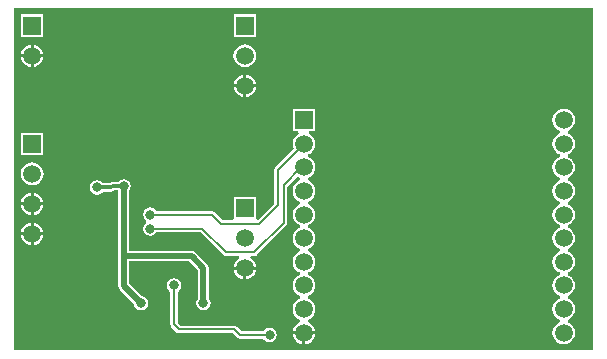
<source format=gbl>
G04*
G04 #@! TF.GenerationSoftware,Altium Limited,Altium Designer,19.1.9 (167)*
G04*
G04 Layer_Physical_Order=2*
G04 Layer_Color=16711680*
%FSLAX44Y44*%
%MOMM*%
G71*
G01*
G75*
%ADD11C,0.2000*%
%ADD44C,0.5000*%
%ADD45C,0.3000*%
%ADD46C,1.5000*%
%ADD47R,1.5000X1.5000*%
%ADD48C,6.0000*%
%ADD49C,0.8000*%
G36*
X495000Y5000D02*
X5000D01*
Y295000D01*
X495000D01*
Y5000D01*
D02*
G37*
%LPC*%
G36*
X209500Y289500D02*
X190500D01*
Y270500D01*
X209500D01*
Y289500D01*
D02*
G37*
G36*
X29500D02*
X10500D01*
Y270500D01*
X29500D01*
Y289500D01*
D02*
G37*
G36*
X21250Y264017D02*
Y255850D01*
X29417D01*
X29255Y257080D01*
X28298Y259391D01*
X26776Y261375D01*
X24791Y262898D01*
X22480Y263855D01*
X21250Y264017D01*
D02*
G37*
G36*
X18750D02*
X17520Y263855D01*
X15209Y262898D01*
X13225Y261375D01*
X11702Y259391D01*
X10745Y257080D01*
X10583Y255850D01*
X18750D01*
Y264017D01*
D02*
G37*
G36*
X29417Y253350D02*
X21250D01*
Y245183D01*
X22480Y245345D01*
X24791Y246302D01*
X26776Y247824D01*
X28298Y249809D01*
X29255Y252120D01*
X29417Y253350D01*
D02*
G37*
G36*
X18750D02*
X10583D01*
X10745Y252120D01*
X11702Y249809D01*
X13225Y247824D01*
X15209Y246302D01*
X17520Y245345D01*
X18750Y245183D01*
Y253350D01*
D02*
G37*
G36*
X200000Y264182D02*
X197520Y263855D01*
X195209Y262898D01*
X193225Y261375D01*
X191702Y259391D01*
X190745Y257080D01*
X190418Y254600D01*
X190745Y252120D01*
X191702Y249809D01*
X193225Y247824D01*
X195209Y246302D01*
X197520Y245345D01*
X200000Y245018D01*
X202480Y245345D01*
X204791Y246302D01*
X206775Y247824D01*
X208298Y249809D01*
X209256Y252120D01*
X209582Y254600D01*
X209256Y257080D01*
X208298Y259391D01*
X206775Y261375D01*
X204791Y262898D01*
X202480Y263855D01*
X200000Y264182D01*
D02*
G37*
G36*
X201250Y238617D02*
Y230450D01*
X209417D01*
X209256Y231680D01*
X208298Y233991D01*
X206775Y235975D01*
X204791Y237498D01*
X202480Y238456D01*
X201250Y238617D01*
D02*
G37*
G36*
X198750D02*
X197520Y238456D01*
X195209Y237498D01*
X193225Y235975D01*
X191702Y233991D01*
X190745Y231680D01*
X190583Y230450D01*
X198750D01*
Y238617D01*
D02*
G37*
G36*
X209417Y227950D02*
X201250D01*
Y219783D01*
X202480Y219944D01*
X204791Y220902D01*
X206775Y222425D01*
X208298Y224409D01*
X209256Y226720D01*
X209417Y227950D01*
D02*
G37*
G36*
X198750D02*
X190583D01*
X190745Y226720D01*
X191702Y224409D01*
X193225Y222425D01*
X195209Y220902D01*
X197520Y219944D01*
X198750Y219783D01*
Y227950D01*
D02*
G37*
G36*
X29500Y189500D02*
X10500D01*
Y170500D01*
X29500D01*
Y189500D01*
D02*
G37*
G36*
X97450Y150118D02*
X95109Y149652D01*
X93124Y148326D01*
X92618Y147569D01*
X88000D01*
X86634Y147297D01*
X85544Y146569D01*
X79732D01*
X79226Y147326D01*
X77241Y148652D01*
X74900Y149117D01*
X72559Y148652D01*
X70574Y147326D01*
X69248Y145341D01*
X68783Y143000D01*
X69248Y140659D01*
X70574Y138674D01*
X72559Y137348D01*
X74900Y136882D01*
X77241Y137348D01*
X79226Y138674D01*
X79732Y139431D01*
X87000D01*
X88366Y139703D01*
X89456Y140431D01*
X92618D01*
X92862Y140067D01*
Y85000D01*
Y59650D01*
X93211Y57894D01*
X94206Y56406D01*
X106075Y44537D01*
X106448Y42659D01*
X107774Y40674D01*
X109759Y39348D01*
X112100Y38883D01*
X114441Y39348D01*
X116426Y40674D01*
X117752Y42659D01*
X118217Y45000D01*
X117752Y47341D01*
X116426Y49326D01*
X114441Y50652D01*
X112563Y51025D01*
X102038Y61550D01*
Y80412D01*
X153099D01*
X160412Y73099D01*
Y48933D01*
X159348Y47341D01*
X158883Y45000D01*
X159348Y42659D01*
X160674Y40674D01*
X162659Y39348D01*
X165000Y38883D01*
X167341Y39348D01*
X169326Y40674D01*
X170652Y42659D01*
X171117Y45000D01*
X170652Y47341D01*
X169588Y48933D01*
Y75000D01*
X169239Y76756D01*
X168244Y78244D01*
X158244Y88244D01*
X156756Y89239D01*
X155000Y89588D01*
X102038D01*
Y140067D01*
X103102Y141659D01*
X103567Y144000D01*
X103102Y146341D01*
X101776Y148326D01*
X99791Y149652D01*
X97450Y150118D01*
D02*
G37*
G36*
X20000Y164182D02*
X17520Y163855D01*
X15209Y162898D01*
X13225Y161375D01*
X11702Y159391D01*
X10745Y157080D01*
X10418Y154600D01*
X10745Y152120D01*
X11702Y149809D01*
X13225Y147824D01*
X15209Y146302D01*
X17520Y145344D01*
X20000Y145018D01*
X22480Y145344D01*
X24791Y146302D01*
X26776Y147824D01*
X28298Y149809D01*
X29255Y152120D01*
X29582Y154600D01*
X29255Y157080D01*
X28298Y159391D01*
X26776Y161375D01*
X24791Y162898D01*
X22480Y163855D01*
X20000Y164182D01*
D02*
G37*
G36*
X21250Y138617D02*
Y130450D01*
X29417D01*
X29255Y131680D01*
X28298Y133991D01*
X26776Y135975D01*
X24791Y137498D01*
X22480Y138455D01*
X21250Y138617D01*
D02*
G37*
G36*
X18750D02*
X17520Y138455D01*
X15209Y137498D01*
X13225Y135975D01*
X11702Y133991D01*
X10745Y131680D01*
X10583Y130450D01*
X18750D01*
Y138617D01*
D02*
G37*
G36*
X29417Y127950D02*
X21250D01*
Y119783D01*
X22480Y119944D01*
X24791Y120902D01*
X26776Y122424D01*
X28298Y124409D01*
X29255Y126720D01*
X29417Y127950D01*
D02*
G37*
G36*
X18750D02*
X10583D01*
X10745Y126720D01*
X11702Y124409D01*
X13225Y122424D01*
X15209Y120902D01*
X17520Y119944D01*
X18750Y119783D01*
Y127950D01*
D02*
G37*
G36*
X21250Y113217D02*
Y105050D01*
X29417D01*
X29255Y106280D01*
X28298Y108591D01*
X26776Y110575D01*
X24791Y112098D01*
X22480Y113055D01*
X21250Y113217D01*
D02*
G37*
G36*
X18750D02*
X17520Y113055D01*
X15209Y112098D01*
X13225Y110575D01*
X11702Y108591D01*
X10745Y106280D01*
X10583Y105050D01*
X18750D01*
Y113217D01*
D02*
G37*
G36*
X29417Y102550D02*
X21250D01*
Y94383D01*
X22480Y94544D01*
X24791Y95502D01*
X26776Y97024D01*
X28298Y99009D01*
X29255Y101320D01*
X29417Y102550D01*
D02*
G37*
G36*
X18750D02*
X10583D01*
X10745Y101320D01*
X11702Y99009D01*
X13225Y97024D01*
X15209Y95502D01*
X17520Y94544D01*
X18750Y94383D01*
Y102550D01*
D02*
G37*
G36*
X209417Y73350D02*
X201250D01*
Y65183D01*
X202480Y65345D01*
X204791Y66302D01*
X206775Y67825D01*
X208298Y69809D01*
X209256Y72120D01*
X209417Y73350D01*
D02*
G37*
G36*
X198750D02*
X190583D01*
X190745Y72120D01*
X191702Y69809D01*
X193225Y67825D01*
X195209Y66302D01*
X197520Y65345D01*
X198750Y65183D01*
Y73350D01*
D02*
G37*
G36*
X259500Y209500D02*
X240500D01*
Y190500D01*
X245298D01*
X245696Y188500D01*
X245209Y188298D01*
X243225Y186775D01*
X241702Y184791D01*
X240744Y182480D01*
X240418Y180000D01*
X240744Y177520D01*
X241462Y175788D01*
X225837Y160163D01*
X225174Y159171D01*
X224941Y158000D01*
X224941Y158000D01*
Y129267D01*
X211448Y115773D01*
X209500Y116654D01*
X209500Y117059D01*
Y134900D01*
X190500D01*
Y117059D01*
X190500Y115900D01*
X188848Y115059D01*
X181267D01*
X174163Y122163D01*
X173171Y122826D01*
X172000Y123059D01*
X172000Y123059D01*
X125172D01*
X124326Y124326D01*
X122341Y125652D01*
X120000Y126117D01*
X117659Y125652D01*
X115674Y124326D01*
X114348Y122341D01*
X113882Y120000D01*
X114348Y117659D01*
X115674Y115674D01*
X116380Y115203D01*
Y112797D01*
X115674Y112326D01*
X114348Y110341D01*
X113882Y108000D01*
X114348Y105659D01*
X115674Y103674D01*
X117659Y102348D01*
X120000Y101882D01*
X122341Y102348D01*
X124326Y103674D01*
X125172Y104941D01*
X162733D01*
X181837Y85837D01*
X181837Y85837D01*
X182829Y85174D01*
X184000Y84941D01*
X184000Y84941D01*
X194915D01*
X195313Y82941D01*
X195209Y82898D01*
X193225Y81376D01*
X191702Y79391D01*
X190745Y77080D01*
X190583Y75850D01*
X200000D01*
X209417D01*
X209256Y77080D01*
X208298Y79391D01*
X206775Y81376D01*
X204791Y82898D01*
X204687Y82941D01*
X205085Y84941D01*
X208000D01*
X208000Y84941D01*
X209170Y85174D01*
X210163Y85837D01*
X235163Y110837D01*
X235163Y110837D01*
X235826Y111830D01*
X236059Y113000D01*
X236059Y113000D01*
Y143733D01*
X244541Y152215D01*
X245209Y151702D01*
X246704Y151082D01*
Y148918D01*
X245209Y148298D01*
X243225Y146776D01*
X241702Y144791D01*
X240744Y142480D01*
X240418Y140000D01*
X240744Y137520D01*
X241702Y135209D01*
X243225Y133225D01*
X245209Y131702D01*
X246704Y131082D01*
Y128918D01*
X245209Y128298D01*
X243225Y126776D01*
X241702Y124791D01*
X240744Y122480D01*
X240418Y120000D01*
X240744Y117520D01*
X241702Y115209D01*
X243225Y113225D01*
X245209Y111702D01*
X246704Y111082D01*
Y108918D01*
X245209Y108298D01*
X243225Y106776D01*
X241702Y104791D01*
X240744Y102480D01*
X240418Y100000D01*
X240744Y97520D01*
X241702Y95209D01*
X243225Y93225D01*
X245209Y91702D01*
X246704Y91082D01*
Y88918D01*
X245209Y88298D01*
X243225Y86775D01*
X241702Y84791D01*
X240744Y82480D01*
X240418Y80000D01*
X240744Y77520D01*
X241702Y75209D01*
X243225Y73225D01*
X245209Y71702D01*
X246704Y71082D01*
Y68918D01*
X245209Y68298D01*
X243225Y66775D01*
X241702Y64791D01*
X240744Y62480D01*
X240418Y60000D01*
X240744Y57520D01*
X241702Y55209D01*
X243225Y53225D01*
X245209Y51702D01*
X246704Y51082D01*
Y48918D01*
X245209Y48298D01*
X243225Y46775D01*
X241702Y44791D01*
X240744Y42480D01*
X240418Y40000D01*
X240744Y37520D01*
X241702Y35209D01*
X243225Y33224D01*
X245209Y31702D01*
X246704Y31082D01*
Y28918D01*
X245209Y28298D01*
X243225Y26775D01*
X241702Y24791D01*
X240744Y22480D01*
X240583Y21250D01*
X259417D01*
X259255Y22480D01*
X258298Y24791D01*
X256775Y26775D01*
X254791Y28298D01*
X253296Y28918D01*
Y31082D01*
X254791Y31702D01*
X256775Y33224D01*
X258298Y35209D01*
X259255Y37520D01*
X259582Y40000D01*
X259255Y42480D01*
X258298Y44791D01*
X256775Y46775D01*
X254791Y48298D01*
X253296Y48918D01*
Y51082D01*
X254791Y51702D01*
X256775Y53225D01*
X258298Y55209D01*
X259255Y57520D01*
X259582Y60000D01*
X259255Y62480D01*
X258298Y64791D01*
X256775Y66775D01*
X254791Y68298D01*
X253296Y68918D01*
Y71082D01*
X254791Y71702D01*
X256775Y73225D01*
X258298Y75209D01*
X259255Y77520D01*
X259582Y80000D01*
X259255Y82480D01*
X258298Y84791D01*
X256775Y86775D01*
X254791Y88298D01*
X253296Y88918D01*
Y91082D01*
X254791Y91702D01*
X256775Y93225D01*
X258298Y95209D01*
X259255Y97520D01*
X259582Y100000D01*
X259255Y102480D01*
X258298Y104791D01*
X256775Y106776D01*
X254791Y108298D01*
X253296Y108918D01*
Y111082D01*
X254791Y111702D01*
X256775Y113225D01*
X258298Y115209D01*
X259255Y117520D01*
X259582Y120000D01*
X259255Y122480D01*
X258298Y124791D01*
X256775Y126776D01*
X254791Y128298D01*
X253296Y128918D01*
Y131082D01*
X254791Y131702D01*
X256775Y133225D01*
X258298Y135209D01*
X259255Y137520D01*
X259582Y140000D01*
X259255Y142480D01*
X258298Y144791D01*
X256775Y146776D01*
X254791Y148298D01*
X253296Y148918D01*
Y151082D01*
X254791Y151702D01*
X256775Y153225D01*
X258298Y155209D01*
X259255Y157520D01*
X259582Y160000D01*
X259255Y162480D01*
X258298Y164791D01*
X256775Y166775D01*
X254791Y168298D01*
X253296Y168918D01*
Y171082D01*
X254791Y171702D01*
X256775Y173225D01*
X258298Y175209D01*
X259255Y177520D01*
X259582Y180000D01*
X259255Y182480D01*
X258298Y184791D01*
X256775Y186775D01*
X254791Y188298D01*
X254304Y188500D01*
X254701Y190500D01*
X259500D01*
Y209500D01*
D02*
G37*
G36*
X140000Y66118D02*
X137659Y65652D01*
X135674Y64326D01*
X134348Y62341D01*
X133883Y60000D01*
X134348Y57659D01*
X135674Y55674D01*
X136941Y54828D01*
Y27000D01*
X136941Y27000D01*
X137174Y25830D01*
X137837Y24837D01*
X141837Y20837D01*
X141837Y20837D01*
X142829Y20174D01*
X144000Y19941D01*
X189733D01*
X193837Y15837D01*
X193837Y15837D01*
X194830Y15174D01*
X196000Y14941D01*
X215828D01*
X216674Y13674D01*
X218659Y12348D01*
X221000Y11882D01*
X223341Y12348D01*
X225326Y13674D01*
X226652Y15659D01*
X227118Y18000D01*
X226652Y20341D01*
X225326Y22326D01*
X223341Y23652D01*
X221000Y24118D01*
X218659Y23652D01*
X216674Y22326D01*
X215828Y21059D01*
X197267D01*
X193163Y25163D01*
X192171Y25826D01*
X191000Y26059D01*
X191000Y26059D01*
X145267D01*
X143059Y28267D01*
Y54828D01*
X144326Y55674D01*
X145652Y57659D01*
X146117Y60000D01*
X145652Y62341D01*
X144326Y64326D01*
X142341Y65652D01*
X140000Y66118D01*
D02*
G37*
G36*
X259417Y18750D02*
X251250D01*
Y10583D01*
X252480Y10745D01*
X254791Y11702D01*
X256775Y13225D01*
X258298Y15209D01*
X259255Y17520D01*
X259417Y18750D01*
D02*
G37*
G36*
X248750D02*
X240583D01*
X240744Y17520D01*
X241702Y15209D01*
X243225Y13225D01*
X245209Y11702D01*
X247520Y10745D01*
X248750Y10583D01*
Y18750D01*
D02*
G37*
G36*
X470000Y209582D02*
X467520Y209256D01*
X465209Y208298D01*
X463224Y206775D01*
X461702Y204791D01*
X460745Y202480D01*
X460418Y200000D01*
X460745Y197520D01*
X461702Y195209D01*
X463224Y193225D01*
X465209Y191702D01*
X466704Y191082D01*
Y188918D01*
X465209Y188298D01*
X463224Y186775D01*
X461702Y184791D01*
X460745Y182480D01*
X460418Y180000D01*
X460745Y177520D01*
X461702Y175209D01*
X463224Y173225D01*
X465209Y171702D01*
X466704Y171082D01*
Y168918D01*
X465209Y168298D01*
X463224Y166775D01*
X461702Y164791D01*
X460745Y162480D01*
X460418Y160000D01*
X460745Y157520D01*
X461702Y155209D01*
X463224Y153225D01*
X465209Y151702D01*
X466704Y151082D01*
Y148918D01*
X465209Y148298D01*
X463224Y146776D01*
X461702Y144791D01*
X460745Y142480D01*
X460418Y140000D01*
X460745Y137520D01*
X461702Y135209D01*
X463224Y133225D01*
X465209Y131702D01*
X466704Y131082D01*
Y128918D01*
X465209Y128298D01*
X463224Y126776D01*
X461702Y124791D01*
X460745Y122480D01*
X460418Y120000D01*
X460745Y117520D01*
X461702Y115209D01*
X463224Y113225D01*
X465209Y111702D01*
X466704Y111082D01*
Y108918D01*
X465209Y108298D01*
X463224Y106776D01*
X461702Y104791D01*
X460745Y102480D01*
X460418Y100000D01*
X460745Y97520D01*
X461702Y95209D01*
X463224Y93225D01*
X465209Y91702D01*
X466704Y91082D01*
Y88918D01*
X465209Y88298D01*
X463224Y86775D01*
X461702Y84791D01*
X460745Y82480D01*
X460418Y80000D01*
X460745Y77520D01*
X461702Y75209D01*
X463224Y73225D01*
X465209Y71702D01*
X466704Y71082D01*
Y68918D01*
X465209Y68298D01*
X463224Y66775D01*
X461702Y64791D01*
X460745Y62480D01*
X460418Y60000D01*
X460745Y57520D01*
X461702Y55209D01*
X463224Y53225D01*
X465209Y51702D01*
X466704Y51082D01*
Y48918D01*
X465209Y48298D01*
X463224Y46775D01*
X461702Y44791D01*
X460745Y42480D01*
X460418Y40000D01*
X460745Y37520D01*
X461702Y35209D01*
X463224Y33224D01*
X465209Y31702D01*
X466704Y31082D01*
Y28918D01*
X465209Y28298D01*
X463224Y26775D01*
X461702Y24791D01*
X460745Y22480D01*
X460418Y20000D01*
X460745Y17520D01*
X461702Y15209D01*
X463224Y13225D01*
X465209Y11702D01*
X467520Y10745D01*
X470000Y10418D01*
X472480Y10745D01*
X474791Y11702D01*
X476775Y13225D01*
X478298Y15209D01*
X479255Y17520D01*
X479582Y20000D01*
X479255Y22480D01*
X478298Y24791D01*
X476775Y26775D01*
X474791Y28298D01*
X473296Y28918D01*
Y31082D01*
X474791Y31702D01*
X476775Y33224D01*
X478298Y35209D01*
X479255Y37520D01*
X479582Y40000D01*
X479255Y42480D01*
X478298Y44791D01*
X476775Y46775D01*
X474791Y48298D01*
X473296Y48918D01*
Y51082D01*
X474791Y51702D01*
X476775Y53225D01*
X478298Y55209D01*
X479255Y57520D01*
X479582Y60000D01*
X479255Y62480D01*
X478298Y64791D01*
X476775Y66775D01*
X474791Y68298D01*
X473296Y68918D01*
Y71082D01*
X474791Y71702D01*
X476775Y73225D01*
X478298Y75209D01*
X479255Y77520D01*
X479582Y80000D01*
X479255Y82480D01*
X478298Y84791D01*
X476775Y86775D01*
X474791Y88298D01*
X473296Y88918D01*
Y91082D01*
X474791Y91702D01*
X476775Y93225D01*
X478298Y95209D01*
X479255Y97520D01*
X479582Y100000D01*
X479255Y102480D01*
X478298Y104791D01*
X476775Y106776D01*
X474791Y108298D01*
X473296Y108918D01*
Y111082D01*
X474791Y111702D01*
X476775Y113225D01*
X478298Y115209D01*
X479255Y117520D01*
X479582Y120000D01*
X479255Y122480D01*
X478298Y124791D01*
X476775Y126776D01*
X474791Y128298D01*
X473296Y128918D01*
Y131082D01*
X474791Y131702D01*
X476775Y133225D01*
X478298Y135209D01*
X479255Y137520D01*
X479582Y140000D01*
X479255Y142480D01*
X478298Y144791D01*
X476775Y146776D01*
X474791Y148298D01*
X473296Y148918D01*
Y151082D01*
X474791Y151702D01*
X476775Y153225D01*
X478298Y155209D01*
X479255Y157520D01*
X479582Y160000D01*
X479255Y162480D01*
X478298Y164791D01*
X476775Y166775D01*
X474791Y168298D01*
X473296Y168918D01*
Y171082D01*
X474791Y171702D01*
X476775Y173225D01*
X478298Y175209D01*
X479255Y177520D01*
X479582Y180000D01*
X479255Y182480D01*
X478298Y184791D01*
X476775Y186775D01*
X474791Y188298D01*
X473296Y188918D01*
Y191082D01*
X474791Y191702D01*
X476775Y193225D01*
X478298Y195209D01*
X479255Y197520D01*
X479582Y200000D01*
X479255Y202480D01*
X478298Y204791D01*
X476775Y206775D01*
X474791Y208298D01*
X472480Y209256D01*
X470000Y209582D01*
D02*
G37*
%LPD*%
D11*
X164000Y108000D02*
X184000Y88000D01*
X120000Y108000D02*
X164000D01*
X219000Y18000D02*
X221000Y20000D01*
X196000Y18000D02*
X219000D01*
X191000Y23000D02*
X196000Y18000D01*
X144000Y23000D02*
X191000D01*
X140000Y27000D02*
X144000Y23000D01*
X219000Y18000D02*
X221000D01*
X140000Y27000D02*
Y60000D01*
X228000Y158000D02*
X250000Y180000D01*
X228000Y128000D02*
Y158000D01*
X212000Y112000D02*
X228000Y128000D01*
X233000Y145000D02*
X248000Y160000D01*
X250000D01*
X233000Y113000D02*
Y145000D01*
X208000Y88000D02*
X233000Y113000D01*
X184000Y88000D02*
X208000D01*
X180000Y112000D02*
X212000D01*
X172000Y120000D02*
X180000Y112000D01*
X120000Y120000D02*
X172000D01*
D44*
X97450Y85000D02*
Y144000D01*
Y59650D02*
Y85000D01*
X165000Y45000D02*
Y75000D01*
X155000Y85000D02*
X165000Y75000D01*
X97450Y85000D02*
X155000D01*
X97450Y59650D02*
X112100Y45000D01*
D45*
X74900Y143000D02*
X87000D01*
X88000Y144000D01*
X97450D01*
D46*
X200000Y100000D02*
D03*
Y74600D02*
D03*
Y254600D02*
D03*
Y229200D02*
D03*
X20000Y129200D02*
D03*
Y103800D02*
D03*
Y154600D02*
D03*
Y254600D02*
D03*
X470000Y20000D02*
D03*
Y40000D02*
D03*
Y80000D02*
D03*
Y60000D02*
D03*
Y200000D02*
D03*
Y160000D02*
D03*
Y180000D02*
D03*
Y140000D02*
D03*
Y120000D02*
D03*
Y100000D02*
D03*
X250000D02*
D03*
Y120000D02*
D03*
Y140000D02*
D03*
Y180000D02*
D03*
Y160000D02*
D03*
Y60000D02*
D03*
Y80000D02*
D03*
Y40000D02*
D03*
Y20000D02*
D03*
D47*
X200000Y125400D02*
D03*
Y280000D02*
D03*
X20000Y180000D02*
D03*
Y280000D02*
D03*
X250000Y200000D02*
D03*
D48*
X465000Y265000D02*
D03*
X35000Y35000D02*
D03*
D49*
X91000Y290000D02*
D03*
X100000Y240000D02*
D03*
X80000D02*
D03*
X174000Y129000D02*
D03*
X180000Y12450D02*
D03*
X163000D02*
D03*
X146000D02*
D03*
X112100Y45000D02*
D03*
X165000D02*
D03*
X221000Y30000D02*
D03*
X97450Y144000D02*
D03*
X74900Y143000D02*
D03*
X113000Y144000D02*
D03*
X149000Y155000D02*
D03*
X165000Y252000D02*
D03*
X138000Y236000D02*
D03*
X168000D02*
D03*
X91000Y267000D02*
D03*
Y255000D02*
D03*
X53000Y287550D02*
D03*
X221000Y18000D02*
D03*
X110000Y12000D02*
D03*
Y28000D02*
D03*
X140000Y60000D02*
D03*
X120000Y108000D02*
D03*
Y120000D02*
D03*
M02*

</source>
